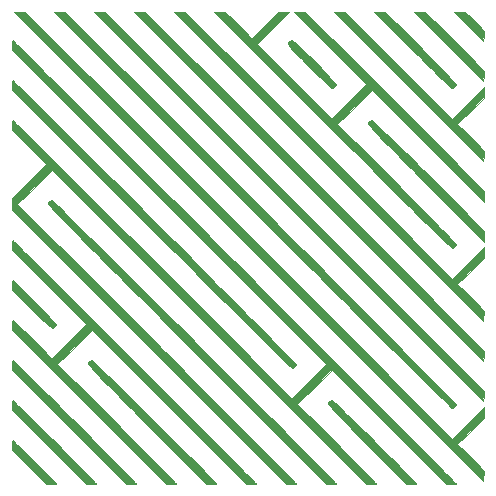
<source format=gbr>
G04 #@! TF.GenerationSoftware,KiCad,Pcbnew,(5.1.4)-1*
G04 #@! TF.CreationDate,2019-10-10T18:21:12+02:00*
G04 #@! TF.ProjectId,Bottom,426f7474-6f6d-42e6-9b69-6361645f7063,rev?*
G04 #@! TF.SameCoordinates,Original*
G04 #@! TF.FileFunction,Legend,Bot*
G04 #@! TF.FilePolarity,Positive*
%FSLAX46Y46*%
G04 Gerber Fmt 4.6, Leading zero omitted, Abs format (unit mm)*
G04 Created by KiCad (PCBNEW (5.1.4)-1) date 2019-10-10 18:21:12*
%MOMM*%
%LPD*%
G04 APERTURE LIST*
%ADD10C,0.010000*%
G04 APERTURE END LIST*
D10*
G36*
X156576918Y-117919176D02*
G01*
X156721497Y-117888256D01*
X156744000Y-117867095D01*
X156686420Y-117792244D01*
X156525671Y-117617075D01*
X156279743Y-117359569D01*
X155966624Y-117037708D01*
X155604303Y-116669472D01*
X155210767Y-116272844D01*
X154804007Y-115865804D01*
X154402009Y-115466334D01*
X154022764Y-115092416D01*
X153684259Y-114762031D01*
X153404482Y-114493160D01*
X153201424Y-114303784D01*
X153093071Y-114211886D01*
X153081445Y-114206000D01*
X153044874Y-114281965D01*
X153022244Y-114475258D01*
X153018667Y-114609074D01*
X153018667Y-115012148D01*
X154480049Y-116471741D01*
X155941431Y-117931333D01*
X156342716Y-117931333D01*
X156576918Y-117919176D01*
X156576918Y-117919176D01*
G37*
X156576918Y-117919176D02*
X156721497Y-117888256D01*
X156744000Y-117867095D01*
X156686420Y-117792244D01*
X156525671Y-117617075D01*
X156279743Y-117359569D01*
X155966624Y-117037708D01*
X155604303Y-116669472D01*
X155210767Y-116272844D01*
X154804007Y-115865804D01*
X154402009Y-115466334D01*
X154022764Y-115092416D01*
X153684259Y-114762031D01*
X153404482Y-114493160D01*
X153201424Y-114303784D01*
X153093071Y-114211886D01*
X153081445Y-114206000D01*
X153044874Y-114281965D01*
X153022244Y-114475258D01*
X153018667Y-114609074D01*
X153018667Y-115012148D01*
X154480049Y-116471741D01*
X155941431Y-117931333D01*
X156342716Y-117931333D01*
X156576918Y-117919176D01*
G36*
X187056597Y-117919257D02*
G01*
X187201371Y-117888539D01*
X187224000Y-117867451D01*
X187165453Y-117790144D01*
X186998445Y-117607617D01*
X186735920Y-117332691D01*
X186390826Y-116978187D01*
X185976107Y-116556927D01*
X185504710Y-116081732D01*
X184989581Y-115565424D01*
X184443665Y-115020823D01*
X183879910Y-114460752D01*
X183311260Y-113898032D01*
X182750662Y-113345483D01*
X182211062Y-112815928D01*
X181705405Y-112322188D01*
X181246638Y-111877084D01*
X180847707Y-111493438D01*
X180521557Y-111184071D01*
X180281135Y-110961804D01*
X180139387Y-110839459D01*
X180107388Y-110819333D01*
X179934132Y-110875582D01*
X179874933Y-110920933D01*
X179784064Y-111084731D01*
X179773333Y-111154169D01*
X179831668Y-111237034D01*
X179999451Y-111427835D01*
X180265852Y-111715312D01*
X180620040Y-112088211D01*
X181051184Y-112535272D01*
X181548454Y-113045240D01*
X182101019Y-113606857D01*
X182698048Y-114208866D01*
X183096897Y-114608569D01*
X186420460Y-117931333D01*
X186822230Y-117931333D01*
X187056597Y-117919257D01*
X187056597Y-117919257D01*
G37*
X187056597Y-117919257D02*
X187201371Y-117888539D01*
X187224000Y-117867451D01*
X187165453Y-117790144D01*
X186998445Y-117607617D01*
X186735920Y-117332691D01*
X186390826Y-116978187D01*
X185976107Y-116556927D01*
X185504710Y-116081732D01*
X184989581Y-115565424D01*
X184443665Y-115020823D01*
X183879910Y-114460752D01*
X183311260Y-113898032D01*
X182750662Y-113345483D01*
X182211062Y-112815928D01*
X181705405Y-112322188D01*
X181246638Y-111877084D01*
X180847707Y-111493438D01*
X180521557Y-111184071D01*
X180281135Y-110961804D01*
X180139387Y-110839459D01*
X180107388Y-110819333D01*
X179934132Y-110875582D01*
X179874933Y-110920933D01*
X179784064Y-111084731D01*
X179773333Y-111154169D01*
X179831668Y-111237034D01*
X179999451Y-111427835D01*
X180265852Y-111715312D01*
X180620040Y-112088211D01*
X181051184Y-112535272D01*
X181548454Y-113045240D01*
X182101019Y-113606857D01*
X182698048Y-114208866D01*
X183096897Y-114608569D01*
X186420460Y-117931333D01*
X186822230Y-117931333D01*
X187056597Y-117919257D01*
G36*
X159963277Y-117919257D02*
G01*
X160108043Y-117888538D01*
X160130667Y-117867451D01*
X160072580Y-117796719D01*
X159906891Y-117619832D01*
X159646457Y-117349645D01*
X159304134Y-116999014D01*
X158892779Y-116580794D01*
X158425249Y-116107839D01*
X157914400Y-115593007D01*
X157373089Y-115049151D01*
X156814173Y-114489127D01*
X156250508Y-113925791D01*
X155694951Y-113371997D01*
X155160359Y-112840602D01*
X154659589Y-112344459D01*
X154205496Y-111896426D01*
X153810939Y-111509356D01*
X153488773Y-111196105D01*
X153251855Y-110969529D01*
X153113042Y-110842483D01*
X153081788Y-110819333D01*
X153044999Y-110895293D01*
X153022248Y-111088548D01*
X153018667Y-111221924D01*
X153018667Y-111624514D01*
X156172918Y-114777924D01*
X159327169Y-117931333D01*
X159728918Y-117931333D01*
X159963277Y-117919257D01*
X159963277Y-117919257D01*
G37*
X159963277Y-117919257D02*
X160108043Y-117888538D01*
X160130667Y-117867451D01*
X160072580Y-117796719D01*
X159906891Y-117619832D01*
X159646457Y-117349645D01*
X159304134Y-116999014D01*
X158892779Y-116580794D01*
X158425249Y-116107839D01*
X157914400Y-115593007D01*
X157373089Y-115049151D01*
X156814173Y-114489127D01*
X156250508Y-113925791D01*
X155694951Y-113371997D01*
X155160359Y-112840602D01*
X154659589Y-112344459D01*
X154205496Y-111896426D01*
X153810939Y-111509356D01*
X153488773Y-111196105D01*
X153251855Y-110969529D01*
X153113042Y-110842483D01*
X153081788Y-110819333D01*
X153044999Y-110895293D01*
X153022248Y-111088548D01*
X153018667Y-111221924D01*
X153018667Y-111624514D01*
X156172918Y-114777924D01*
X159327169Y-117931333D01*
X159728918Y-117931333D01*
X159963277Y-117919257D01*
G36*
X170123176Y-117919285D02*
G01*
X170268003Y-117888635D01*
X170290667Y-117867575D01*
X170231999Y-117793269D01*
X170063055Y-117610880D01*
X169794420Y-117330923D01*
X169436677Y-116963916D01*
X169000414Y-116520375D01*
X168496216Y-116010817D01*
X167934667Y-115445758D01*
X167326354Y-114835715D01*
X166681862Y-114191204D01*
X166011775Y-113522743D01*
X165326680Y-112840848D01*
X164637162Y-112156036D01*
X163953806Y-111478822D01*
X163287198Y-110819724D01*
X162647923Y-110189258D01*
X162046567Y-109597942D01*
X161493714Y-109056291D01*
X160999951Y-108574822D01*
X160575862Y-108164052D01*
X160232034Y-107834497D01*
X159979051Y-107596674D01*
X159827499Y-107461100D01*
X159787510Y-107432667D01*
X159614135Y-107488922D01*
X159554933Y-107534267D01*
X159464068Y-107697977D01*
X159453333Y-107767367D01*
X159511914Y-107845983D01*
X159681791Y-108034955D01*
X159954171Y-108325258D01*
X160320259Y-108707867D01*
X160771259Y-109173757D01*
X161298376Y-109713905D01*
X161892816Y-110319286D01*
X162545783Y-110980874D01*
X163248483Y-111689647D01*
X163992121Y-112436577D01*
X164470098Y-112915100D01*
X169486862Y-117931333D01*
X169888764Y-117931333D01*
X170123176Y-117919285D01*
X170123176Y-117919285D01*
G37*
X170123176Y-117919285D02*
X170268003Y-117888635D01*
X170290667Y-117867575D01*
X170231999Y-117793269D01*
X170063055Y-117610880D01*
X169794420Y-117330923D01*
X169436677Y-116963916D01*
X169000414Y-116520375D01*
X168496216Y-116010817D01*
X167934667Y-115445758D01*
X167326354Y-114835715D01*
X166681862Y-114191204D01*
X166011775Y-113522743D01*
X165326680Y-112840848D01*
X164637162Y-112156036D01*
X163953806Y-111478822D01*
X163287198Y-110819724D01*
X162647923Y-110189258D01*
X162046567Y-109597942D01*
X161493714Y-109056291D01*
X160999951Y-108574822D01*
X160575862Y-108164052D01*
X160232034Y-107834497D01*
X159979051Y-107596674D01*
X159827499Y-107461100D01*
X159787510Y-107432667D01*
X159614135Y-107488922D01*
X159554933Y-107534267D01*
X159464068Y-107697977D01*
X159453333Y-107767367D01*
X159511914Y-107845983D01*
X159681791Y-108034955D01*
X159954171Y-108325258D01*
X160320259Y-108707867D01*
X160771259Y-109173757D01*
X161298376Y-109713905D01*
X161892816Y-110319286D01*
X162545783Y-110980874D01*
X163248483Y-111689647D01*
X163992121Y-112436577D01*
X164470098Y-112915100D01*
X169486862Y-117931333D01*
X169888764Y-117931333D01*
X170123176Y-117919285D01*
G36*
X163349849Y-117919284D02*
G01*
X163494672Y-117888634D01*
X163517333Y-117867575D01*
X163458979Y-117798749D01*
X163290939Y-117621206D01*
X163023750Y-117345483D01*
X162667946Y-116982114D01*
X162234065Y-116541635D01*
X161732640Y-116034580D01*
X161174208Y-115471485D01*
X160569304Y-114862885D01*
X159928464Y-114219314D01*
X159262223Y-113551308D01*
X158581118Y-112869402D01*
X157895682Y-112184130D01*
X157216453Y-111506029D01*
X156553966Y-110845632D01*
X155918756Y-110213476D01*
X155321359Y-109620094D01*
X154772310Y-109076023D01*
X154282145Y-108591797D01*
X153861400Y-108177951D01*
X153520609Y-107845021D01*
X153270310Y-107603540D01*
X153121037Y-107464046D01*
X153081910Y-107432667D01*
X153045044Y-107508625D01*
X153022250Y-107701868D01*
X153018667Y-107835110D01*
X153018667Y-108237552D01*
X157866107Y-113084443D01*
X162713547Y-117931333D01*
X163115440Y-117931333D01*
X163349849Y-117919284D01*
X163349849Y-117919284D01*
G37*
X163349849Y-117919284D02*
X163494672Y-117888634D01*
X163517333Y-117867575D01*
X163458979Y-117798749D01*
X163290939Y-117621206D01*
X163023750Y-117345483D01*
X162667946Y-116982114D01*
X162234065Y-116541635D01*
X161732640Y-116034580D01*
X161174208Y-115471485D01*
X160569304Y-114862885D01*
X159928464Y-114219314D01*
X159262223Y-113551308D01*
X158581118Y-112869402D01*
X157895682Y-112184130D01*
X157216453Y-111506029D01*
X156553966Y-110845632D01*
X155918756Y-110213476D01*
X155321359Y-109620094D01*
X154772310Y-109076023D01*
X154282145Y-108591797D01*
X153861400Y-108177951D01*
X153520609Y-107845021D01*
X153270310Y-107603540D01*
X153121037Y-107464046D01*
X153081910Y-107432667D01*
X153045044Y-107508625D01*
X153022250Y-107701868D01*
X153018667Y-107835110D01*
X153018667Y-108237552D01*
X157866107Y-113084443D01*
X162713547Y-117931333D01*
X163115440Y-117931333D01*
X163349849Y-117919284D01*
G36*
X156605270Y-104650135D02*
G01*
X156729417Y-104476378D01*
X156744000Y-104388162D01*
X156686608Y-104302927D01*
X156526360Y-104117350D01*
X156281150Y-103849646D01*
X155968870Y-103518032D01*
X155607413Y-103140726D01*
X155214672Y-102735944D01*
X154808540Y-102321902D01*
X154406910Y-101916817D01*
X154027675Y-101538906D01*
X153688728Y-101206385D01*
X153407961Y-100937471D01*
X153203268Y-100750382D01*
X153092541Y-100663332D01*
X153081445Y-100659333D01*
X153044870Y-100735298D01*
X153022241Y-100928583D01*
X153018667Y-101062314D01*
X153018667Y-101465295D01*
X154649294Y-103094314D01*
X155083687Y-103523657D01*
X155484067Y-103910606D01*
X155833613Y-104239601D01*
X156115502Y-104495082D01*
X156312913Y-104661488D01*
X156409024Y-104723258D01*
X156410361Y-104723333D01*
X156605270Y-104650135D01*
X156605270Y-104650135D01*
G37*
X156605270Y-104650135D02*
X156729417Y-104476378D01*
X156744000Y-104388162D01*
X156686608Y-104302927D01*
X156526360Y-104117350D01*
X156281150Y-103849646D01*
X155968870Y-103518032D01*
X155607413Y-103140726D01*
X155214672Y-102735944D01*
X154808540Y-102321902D01*
X154406910Y-101916817D01*
X154027675Y-101538906D01*
X153688728Y-101206385D01*
X153407961Y-100937471D01*
X153203268Y-100750382D01*
X153092541Y-100663332D01*
X153081445Y-100659333D01*
X153044870Y-100735298D01*
X153022241Y-100928583D01*
X153018667Y-101062314D01*
X153018667Y-101465295D01*
X154649294Y-103094314D01*
X155083687Y-103523657D01*
X155484067Y-103910606D01*
X155833613Y-104239601D01*
X156115502Y-104495082D01*
X156312913Y-104661488D01*
X156409024Y-104723258D01*
X156410361Y-104723333D01*
X156605270Y-104650135D01*
G36*
X166736470Y-117919385D02*
G01*
X166881321Y-117888990D01*
X166904000Y-117868098D01*
X166845513Y-117799974D01*
X166675902Y-117621161D01*
X166403941Y-117340545D01*
X166038405Y-116967010D01*
X165588067Y-116509443D01*
X165061701Y-115976730D01*
X164468082Y-115377755D01*
X163815984Y-114721405D01*
X163114180Y-114016566D01*
X162371446Y-113272122D01*
X161887787Y-112788118D01*
X156871573Y-107771373D01*
X158331838Y-106311109D01*
X159792102Y-104850845D01*
X166332754Y-111391089D01*
X172873407Y-117931333D01*
X173275370Y-117931333D01*
X173509802Y-117919310D01*
X173654654Y-117888726D01*
X173677333Y-117867703D01*
X173618589Y-117801425D01*
X173447342Y-117623132D01*
X173171070Y-117340299D01*
X172797248Y-116960405D01*
X172333354Y-116490925D01*
X171786866Y-115939338D01*
X171165260Y-115313119D01*
X170476014Y-114619746D01*
X169726604Y-113866697D01*
X168924507Y-113061447D01*
X168077201Y-112211474D01*
X167192163Y-111324254D01*
X166276869Y-110407266D01*
X165338798Y-109467985D01*
X164385425Y-108513889D01*
X163424228Y-107552455D01*
X162462684Y-106591160D01*
X161508271Y-105637480D01*
X160568464Y-104698893D01*
X159650742Y-103782875D01*
X158762581Y-102896904D01*
X157911459Y-102048457D01*
X157104851Y-101245010D01*
X156350237Y-100494040D01*
X155655092Y-99803025D01*
X155026894Y-99179442D01*
X154473119Y-98630767D01*
X154001245Y-98164478D01*
X153618749Y-97788051D01*
X153333108Y-97508963D01*
X153151799Y-97334691D01*
X153082299Y-97272713D01*
X153082036Y-97272667D01*
X153045069Y-97348617D01*
X153022235Y-97541807D01*
X153018667Y-97674416D01*
X153018667Y-98076165D01*
X159325603Y-104384783D01*
X157865722Y-105844665D01*
X156405841Y-107304546D01*
X154774960Y-105675273D01*
X154343894Y-105246844D01*
X153950999Y-104860575D01*
X153612338Y-104531920D01*
X153343972Y-104276329D01*
X153161963Y-104109255D01*
X153082372Y-104046149D01*
X153081372Y-104046000D01*
X153044817Y-104121958D01*
X153022217Y-104315198D01*
X153018667Y-104448372D01*
X153018667Y-104850743D01*
X159559370Y-111391038D01*
X166100074Y-117931333D01*
X166502037Y-117931333D01*
X166736470Y-117919385D01*
X166736470Y-117919385D01*
G37*
X166736470Y-117919385D02*
X166881321Y-117888990D01*
X166904000Y-117868098D01*
X166845513Y-117799974D01*
X166675902Y-117621161D01*
X166403941Y-117340545D01*
X166038405Y-116967010D01*
X165588067Y-116509443D01*
X165061701Y-115976730D01*
X164468082Y-115377755D01*
X163815984Y-114721405D01*
X163114180Y-114016566D01*
X162371446Y-113272122D01*
X161887787Y-112788118D01*
X156871573Y-107771373D01*
X158331838Y-106311109D01*
X159792102Y-104850845D01*
X166332754Y-111391089D01*
X172873407Y-117931333D01*
X173275370Y-117931333D01*
X173509802Y-117919310D01*
X173654654Y-117888726D01*
X173677333Y-117867703D01*
X173618589Y-117801425D01*
X173447342Y-117623132D01*
X173171070Y-117340299D01*
X172797248Y-116960405D01*
X172333354Y-116490925D01*
X171786866Y-115939338D01*
X171165260Y-115313119D01*
X170476014Y-114619746D01*
X169726604Y-113866697D01*
X168924507Y-113061447D01*
X168077201Y-112211474D01*
X167192163Y-111324254D01*
X166276869Y-110407266D01*
X165338798Y-109467985D01*
X164385425Y-108513889D01*
X163424228Y-107552455D01*
X162462684Y-106591160D01*
X161508271Y-105637480D01*
X160568464Y-104698893D01*
X159650742Y-103782875D01*
X158762581Y-102896904D01*
X157911459Y-102048457D01*
X157104851Y-101245010D01*
X156350237Y-100494040D01*
X155655092Y-99803025D01*
X155026894Y-99179442D01*
X154473119Y-98630767D01*
X154001245Y-98164478D01*
X153618749Y-97788051D01*
X153333108Y-97508963D01*
X153151799Y-97334691D01*
X153082299Y-97272713D01*
X153082036Y-97272667D01*
X153045069Y-97348617D01*
X153022235Y-97541807D01*
X153018667Y-97674416D01*
X153018667Y-98076165D01*
X159325603Y-104384783D01*
X157865722Y-105844665D01*
X156405841Y-107304546D01*
X154774960Y-105675273D01*
X154343894Y-105246844D01*
X153950999Y-104860575D01*
X153612338Y-104531920D01*
X153343972Y-104276329D01*
X153161963Y-104109255D01*
X153082372Y-104046149D01*
X153081372Y-104046000D01*
X153044817Y-104121958D01*
X153022217Y-104315198D01*
X153018667Y-104448372D01*
X153018667Y-104850743D01*
X159559370Y-111391038D01*
X166100074Y-117931333D01*
X166502037Y-117931333D01*
X166736470Y-117919385D01*
G36*
X180283076Y-117919316D02*
G01*
X180427963Y-117888747D01*
X180450667Y-117867721D01*
X180391711Y-117798217D01*
X180219470Y-117616387D01*
X179940886Y-117329152D01*
X179562898Y-116943433D01*
X179092447Y-116466151D01*
X178536473Y-115904227D01*
X177901917Y-115264581D01*
X177195719Y-114554134D01*
X176424819Y-113779807D01*
X175596159Y-112948522D01*
X174716678Y-112067198D01*
X173793316Y-111142756D01*
X172833015Y-110182119D01*
X171842715Y-109192205D01*
X170829357Y-108179936D01*
X169799879Y-107152234D01*
X168761224Y-106116018D01*
X167720332Y-105078209D01*
X166684142Y-104045729D01*
X165659596Y-103025498D01*
X164653634Y-102024438D01*
X163673196Y-101049468D01*
X162725222Y-100107510D01*
X161816654Y-99205484D01*
X160954432Y-98350312D01*
X160145496Y-97548914D01*
X159396786Y-96808211D01*
X158715243Y-96135124D01*
X158107808Y-95536574D01*
X157581420Y-95019481D01*
X157143021Y-94590767D01*
X156799550Y-94257351D01*
X156557948Y-94026156D01*
X156425157Y-93904102D01*
X156400988Y-93886000D01*
X156227471Y-93942262D01*
X156168267Y-93987600D01*
X156077405Y-94151211D01*
X156066667Y-94220547D01*
X156125656Y-94292677D01*
X156298809Y-94478607D01*
X156580404Y-94772552D01*
X156964718Y-95168727D01*
X157446029Y-95661345D01*
X158018615Y-96244621D01*
X158676753Y-96912768D01*
X159414721Y-97660000D01*
X160226797Y-98480532D01*
X161107258Y-99368577D01*
X162050383Y-100318350D01*
X163050448Y-101324064D01*
X164101731Y-102379934D01*
X165198511Y-103480174D01*
X166335064Y-104618998D01*
X167505669Y-105790619D01*
X167856613Y-106141614D01*
X179646560Y-117931333D01*
X180048613Y-117931333D01*
X180283076Y-117919316D01*
X180283076Y-117919316D01*
G37*
X180283076Y-117919316D02*
X180427963Y-117888747D01*
X180450667Y-117867721D01*
X180391711Y-117798217D01*
X180219470Y-117616387D01*
X179940886Y-117329152D01*
X179562898Y-116943433D01*
X179092447Y-116466151D01*
X178536473Y-115904227D01*
X177901917Y-115264581D01*
X177195719Y-114554134D01*
X176424819Y-113779807D01*
X175596159Y-112948522D01*
X174716678Y-112067198D01*
X173793316Y-111142756D01*
X172833015Y-110182119D01*
X171842715Y-109192205D01*
X170829357Y-108179936D01*
X169799879Y-107152234D01*
X168761224Y-106116018D01*
X167720332Y-105078209D01*
X166684142Y-104045729D01*
X165659596Y-103025498D01*
X164653634Y-102024438D01*
X163673196Y-101049468D01*
X162725222Y-100107510D01*
X161816654Y-99205484D01*
X160954432Y-98350312D01*
X160145496Y-97548914D01*
X159396786Y-96808211D01*
X158715243Y-96135124D01*
X158107808Y-95536574D01*
X157581420Y-95019481D01*
X157143021Y-94590767D01*
X156799550Y-94257351D01*
X156557948Y-94026156D01*
X156425157Y-93904102D01*
X156400988Y-93886000D01*
X156227471Y-93942262D01*
X156168267Y-93987600D01*
X156077405Y-94151211D01*
X156066667Y-94220547D01*
X156125656Y-94292677D01*
X156298809Y-94478607D01*
X156580404Y-94772552D01*
X156964718Y-95168727D01*
X157446029Y-95661345D01*
X158018615Y-96244621D01*
X158676753Y-96912768D01*
X159414721Y-97660000D01*
X160226797Y-98480532D01*
X161107258Y-99368577D01*
X162050383Y-100318350D01*
X163050448Y-101324064D01*
X164101731Y-102379934D01*
X165198511Y-103480174D01*
X166335064Y-104618998D01*
X167505669Y-105790619D01*
X167856613Y-106141614D01*
X179646560Y-117931333D01*
X180048613Y-117931333D01*
X180283076Y-117919316D01*
G36*
X192981333Y-96468900D02*
G01*
X188303786Y-91790784D01*
X187564359Y-91052912D01*
X186857610Y-90350845D01*
X186192906Y-89693692D01*
X185579611Y-89090564D01*
X185027093Y-88550572D01*
X184544716Y-88082827D01*
X184141847Y-87696440D01*
X183827851Y-87400521D01*
X183612094Y-87204181D01*
X183503942Y-87116530D01*
X183494719Y-87112667D01*
X183320812Y-87168950D01*
X183261600Y-87214267D01*
X183170734Y-87377982D01*
X183160000Y-87447374D01*
X183218568Y-87526190D01*
X183388347Y-87715251D01*
X183660444Y-88005430D01*
X184025971Y-88387598D01*
X184476037Y-88852628D01*
X185001751Y-89391393D01*
X185594224Y-89994766D01*
X186244564Y-90653619D01*
X186943881Y-91358824D01*
X187683286Y-92101255D01*
X188070667Y-92489000D01*
X192981333Y-97399119D01*
X192981333Y-96468900D01*
X192981333Y-96468900D01*
G37*
X192981333Y-96468900D02*
X188303786Y-91790784D01*
X187564359Y-91052912D01*
X186857610Y-90350845D01*
X186192906Y-89693692D01*
X185579611Y-89090564D01*
X185027093Y-88550572D01*
X184544716Y-88082827D01*
X184141847Y-87696440D01*
X183827851Y-87400521D01*
X183612094Y-87204181D01*
X183503942Y-87116530D01*
X183494719Y-87112667D01*
X183320812Y-87168950D01*
X183261600Y-87214267D01*
X183170734Y-87377982D01*
X183160000Y-87447374D01*
X183218568Y-87526190D01*
X183388347Y-87715251D01*
X183660444Y-88005430D01*
X184025971Y-88387598D01*
X184476037Y-88852628D01*
X185001751Y-89391393D01*
X185594224Y-89994766D01*
X186244564Y-90653619D01*
X186943881Y-91358824D01*
X187683286Y-92101255D01*
X188070667Y-92489000D01*
X192981333Y-97399119D01*
X192981333Y-96468900D01*
G36*
X176925167Y-108036810D02*
G01*
X177049521Y-107863113D01*
X177064000Y-107775455D01*
X177005210Y-107705754D01*
X176833455Y-107523411D01*
X176555655Y-107235364D01*
X176178732Y-106848556D01*
X175709606Y-106369926D01*
X175155197Y-105806414D01*
X174522428Y-105164962D01*
X173818219Y-104452508D01*
X173049491Y-103675995D01*
X172223164Y-102842361D01*
X171346160Y-101958548D01*
X170425399Y-101031495D01*
X169467803Y-100068144D01*
X168480292Y-99075435D01*
X167469787Y-98060307D01*
X166443209Y-97029702D01*
X165407479Y-95990559D01*
X164369518Y-94949819D01*
X163336247Y-93914423D01*
X162314586Y-92891311D01*
X161311457Y-91887423D01*
X160333780Y-90909699D01*
X159388477Y-89965081D01*
X158482468Y-89060508D01*
X157622674Y-88202920D01*
X156816016Y-87399259D01*
X156069414Y-86656464D01*
X155389791Y-85981476D01*
X154784067Y-85381235D01*
X154259161Y-84862682D01*
X153821997Y-84432757D01*
X153479494Y-84098400D01*
X153238573Y-83866552D01*
X153106155Y-83744153D01*
X153082055Y-83726000D01*
X153045098Y-83801956D01*
X153022253Y-83995187D01*
X153018667Y-84128281D01*
X153018667Y-84530561D01*
X164808613Y-96320281D01*
X165988824Y-97499813D01*
X167137941Y-98646982D01*
X168250178Y-99756065D01*
X169319749Y-100821342D01*
X170340868Y-101837089D01*
X171307749Y-102797584D01*
X172214607Y-103697105D01*
X173055656Y-104529930D01*
X173825108Y-105290337D01*
X174517180Y-105972603D01*
X175126084Y-106571007D01*
X175646034Y-107079826D01*
X176071246Y-107493338D01*
X176395932Y-107805820D01*
X176614307Y-108011551D01*
X176720586Y-108104809D01*
X176729680Y-108110000D01*
X176925167Y-108036810D01*
X176925167Y-108036810D01*
G37*
X176925167Y-108036810D02*
X177049521Y-107863113D01*
X177064000Y-107775455D01*
X177005210Y-107705754D01*
X176833455Y-107523411D01*
X176555655Y-107235364D01*
X176178732Y-106848556D01*
X175709606Y-106369926D01*
X175155197Y-105806414D01*
X174522428Y-105164962D01*
X173818219Y-104452508D01*
X173049491Y-103675995D01*
X172223164Y-102842361D01*
X171346160Y-101958548D01*
X170425399Y-101031495D01*
X169467803Y-100068144D01*
X168480292Y-99075435D01*
X167469787Y-98060307D01*
X166443209Y-97029702D01*
X165407479Y-95990559D01*
X164369518Y-94949819D01*
X163336247Y-93914423D01*
X162314586Y-92891311D01*
X161311457Y-91887423D01*
X160333780Y-90909699D01*
X159388477Y-89965081D01*
X158482468Y-89060508D01*
X157622674Y-88202920D01*
X156816016Y-87399259D01*
X156069414Y-86656464D01*
X155389791Y-85981476D01*
X154784067Y-85381235D01*
X154259161Y-84862682D01*
X153821997Y-84432757D01*
X153479494Y-84098400D01*
X153238573Y-83866552D01*
X153106155Y-83744153D01*
X153082055Y-83726000D01*
X153045098Y-83801956D01*
X153022253Y-83995187D01*
X153018667Y-84128281D01*
X153018667Y-84530561D01*
X164808613Y-96320281D01*
X165988824Y-97499813D01*
X167137941Y-98646982D01*
X168250178Y-99756065D01*
X169319749Y-100821342D01*
X170340868Y-101837089D01*
X171307749Y-102797584D01*
X172214607Y-103697105D01*
X173055656Y-104529930D01*
X173825108Y-105290337D01*
X174517180Y-105972603D01*
X175126084Y-106571007D01*
X175646034Y-107079826D01*
X176071246Y-107493338D01*
X176395932Y-107805820D01*
X176614307Y-108011551D01*
X176720586Y-108104809D01*
X176729680Y-108110000D01*
X176925167Y-108036810D01*
G36*
X180311932Y-84330132D02*
G01*
X180436094Y-84156356D01*
X180450667Y-84068162D01*
X180392353Y-83973856D01*
X180229511Y-83780971D01*
X179980290Y-83507647D01*
X179662839Y-83172028D01*
X179295308Y-82792256D01*
X178895845Y-82386472D01*
X178482600Y-81972818D01*
X178073723Y-81569438D01*
X177687361Y-81194472D01*
X177341665Y-80866063D01*
X177054784Y-80602353D01*
X176844867Y-80421484D01*
X176730063Y-80341599D01*
X176720378Y-80339333D01*
X176547458Y-80395564D01*
X176488267Y-80440933D01*
X176397389Y-80604949D01*
X176386667Y-80674505D01*
X176444980Y-80768811D01*
X176607822Y-80961696D01*
X176857043Y-81235020D01*
X177174494Y-81570639D01*
X177542025Y-81950411D01*
X177941488Y-82356195D01*
X178354733Y-82769849D01*
X178763610Y-83173229D01*
X179149972Y-83548195D01*
X179495668Y-83876604D01*
X179782549Y-84140314D01*
X179992466Y-84321183D01*
X180107270Y-84401068D01*
X180116955Y-84403333D01*
X180311932Y-84330132D01*
X180311932Y-84330132D01*
G37*
X180311932Y-84330132D02*
X180436094Y-84156356D01*
X180450667Y-84068162D01*
X180392353Y-83973856D01*
X180229511Y-83780971D01*
X179980290Y-83507647D01*
X179662839Y-83172028D01*
X179295308Y-82792256D01*
X178895845Y-82386472D01*
X178482600Y-81972818D01*
X178073723Y-81569438D01*
X177687361Y-81194472D01*
X177341665Y-80866063D01*
X177054784Y-80602353D01*
X176844867Y-80421484D01*
X176730063Y-80341599D01*
X176720378Y-80339333D01*
X176547458Y-80395564D01*
X176488267Y-80440933D01*
X176397389Y-80604949D01*
X176386667Y-80674505D01*
X176444980Y-80768811D01*
X176607822Y-80961696D01*
X176857043Y-81235020D01*
X177174494Y-81570639D01*
X177542025Y-81950411D01*
X177941488Y-82356195D01*
X178354733Y-82769849D01*
X178763610Y-83173229D01*
X179149972Y-83548195D01*
X179495668Y-83876604D01*
X179782549Y-84140314D01*
X179992466Y-84321183D01*
X180107270Y-84401068D01*
X180116955Y-84403333D01*
X180311932Y-84330132D01*
G36*
X176896411Y-117919359D02*
G01*
X177041298Y-117888897D01*
X177064000Y-117867947D01*
X177005049Y-117802655D01*
X176832008Y-117623445D01*
X176550593Y-117336063D01*
X176166521Y-116946258D01*
X175685509Y-116459777D01*
X175113274Y-115882368D01*
X174455531Y-115219777D01*
X173717999Y-114477754D01*
X172906393Y-113662044D01*
X172026431Y-112778397D01*
X171083829Y-111832559D01*
X170084304Y-110830278D01*
X169033573Y-109777302D01*
X167937351Y-108679378D01*
X166801357Y-107542253D01*
X165631307Y-106371676D01*
X165274377Y-106014710D01*
X153484754Y-94224860D01*
X154945146Y-92764467D01*
X156405539Y-91304074D01*
X169719370Y-104617704D01*
X183033201Y-117931333D01*
X183435267Y-117931333D01*
X183669735Y-117919413D01*
X183814628Y-117889088D01*
X183837333Y-117868230D01*
X183779144Y-117798274D01*
X183611771Y-117619818D01*
X183346004Y-117343862D01*
X182992634Y-116981403D01*
X182562453Y-116543440D01*
X182066252Y-116040971D01*
X181514820Y-115484995D01*
X180918950Y-114886511D01*
X180514521Y-114481516D01*
X177191709Y-111157905D01*
X180112031Y-108237583D01*
X189806881Y-117931333D01*
X190208774Y-117931333D01*
X190443182Y-117919319D01*
X190588006Y-117888759D01*
X190610667Y-117867762D01*
X190551654Y-117803128D01*
X190378302Y-117624422D01*
X190096144Y-117337176D01*
X189710710Y-116946920D01*
X189227532Y-116459186D01*
X188652141Y-115879506D01*
X187990070Y-115213410D01*
X187246848Y-114466431D01*
X186428008Y-113644100D01*
X185539081Y-112751947D01*
X184585598Y-111795506D01*
X183573092Y-110780306D01*
X182507092Y-109711879D01*
X181393132Y-108595758D01*
X180236741Y-107437472D01*
X179043453Y-106242554D01*
X177818797Y-105016535D01*
X176568306Y-103764946D01*
X175297510Y-102493319D01*
X174011942Y-101207186D01*
X172717133Y-99912077D01*
X171418614Y-98613523D01*
X170121917Y-97317058D01*
X168832572Y-96028211D01*
X167556112Y-94752514D01*
X166298068Y-93495499D01*
X165063971Y-92262697D01*
X163859353Y-91059640D01*
X162689746Y-89891858D01*
X161560679Y-88764883D01*
X160477686Y-87684248D01*
X159446297Y-86655482D01*
X158472045Y-85684118D01*
X157560459Y-84775686D01*
X156717072Y-83935719D01*
X155947416Y-83169748D01*
X155257021Y-82483304D01*
X154651419Y-81881918D01*
X154136141Y-81371122D01*
X153716719Y-80956448D01*
X153398685Y-80643426D01*
X153187569Y-80437588D01*
X153088904Y-80344466D01*
X153082095Y-80339333D01*
X153045106Y-80415287D01*
X153022249Y-80608501D01*
X153018667Y-80741400D01*
X153018667Y-81143466D01*
X166332296Y-94457297D01*
X179645926Y-107771128D01*
X178185533Y-109231520D01*
X176725140Y-110691913D01*
X164935290Y-98902290D01*
X163755795Y-97723134D01*
X162608027Y-96576319D01*
X161497735Y-95467562D01*
X160430666Y-94402578D01*
X159412568Y-93387085D01*
X158449187Y-92426800D01*
X157546272Y-91527438D01*
X156709570Y-90694718D01*
X155944829Y-89934355D01*
X155257797Y-89252067D01*
X154654220Y-88653570D01*
X154139847Y-88144580D01*
X153720425Y-87730816D01*
X153401702Y-87417992D01*
X153189425Y-87211827D01*
X153089342Y-87118036D01*
X153082053Y-87112667D01*
X153045058Y-87188612D01*
X153022221Y-87381767D01*
X153018667Y-87513951D01*
X153018667Y-87915235D01*
X154478259Y-89376618D01*
X155937852Y-90838000D01*
X154478259Y-92299383D01*
X153018667Y-93760765D01*
X153018667Y-94690564D01*
X164639282Y-106310949D01*
X176259897Y-117931333D01*
X176661948Y-117931333D01*
X176896411Y-117919359D01*
X176896411Y-117919359D01*
G37*
X176896411Y-117919359D02*
X177041298Y-117888897D01*
X177064000Y-117867947D01*
X177005049Y-117802655D01*
X176832008Y-117623445D01*
X176550593Y-117336063D01*
X176166521Y-116946258D01*
X175685509Y-116459777D01*
X175113274Y-115882368D01*
X174455531Y-115219777D01*
X173717999Y-114477754D01*
X172906393Y-113662044D01*
X172026431Y-112778397D01*
X171083829Y-111832559D01*
X170084304Y-110830278D01*
X169033573Y-109777302D01*
X167937351Y-108679378D01*
X166801357Y-107542253D01*
X165631307Y-106371676D01*
X165274377Y-106014710D01*
X153484754Y-94224860D01*
X154945146Y-92764467D01*
X156405539Y-91304074D01*
X169719370Y-104617704D01*
X183033201Y-117931333D01*
X183435267Y-117931333D01*
X183669735Y-117919413D01*
X183814628Y-117889088D01*
X183837333Y-117868230D01*
X183779144Y-117798274D01*
X183611771Y-117619818D01*
X183346004Y-117343862D01*
X182992634Y-116981403D01*
X182562453Y-116543440D01*
X182066252Y-116040971D01*
X181514820Y-115484995D01*
X180918950Y-114886511D01*
X180514521Y-114481516D01*
X177191709Y-111157905D01*
X180112031Y-108237583D01*
X189806881Y-117931333D01*
X190208774Y-117931333D01*
X190443182Y-117919319D01*
X190588006Y-117888759D01*
X190610667Y-117867762D01*
X190551654Y-117803128D01*
X190378302Y-117624422D01*
X190096144Y-117337176D01*
X189710710Y-116946920D01*
X189227532Y-116459186D01*
X188652141Y-115879506D01*
X187990070Y-115213410D01*
X187246848Y-114466431D01*
X186428008Y-113644100D01*
X185539081Y-112751947D01*
X184585598Y-111795506D01*
X183573092Y-110780306D01*
X182507092Y-109711879D01*
X181393132Y-108595758D01*
X180236741Y-107437472D01*
X179043453Y-106242554D01*
X177818797Y-105016535D01*
X176568306Y-103764946D01*
X175297510Y-102493319D01*
X174011942Y-101207186D01*
X172717133Y-99912077D01*
X171418614Y-98613523D01*
X170121917Y-97317058D01*
X168832572Y-96028211D01*
X167556112Y-94752514D01*
X166298068Y-93495499D01*
X165063971Y-92262697D01*
X163859353Y-91059640D01*
X162689746Y-89891858D01*
X161560679Y-88764883D01*
X160477686Y-87684248D01*
X159446297Y-86655482D01*
X158472045Y-85684118D01*
X157560459Y-84775686D01*
X156717072Y-83935719D01*
X155947416Y-83169748D01*
X155257021Y-82483304D01*
X154651419Y-81881918D01*
X154136141Y-81371122D01*
X153716719Y-80956448D01*
X153398685Y-80643426D01*
X153187569Y-80437588D01*
X153088904Y-80344466D01*
X153082095Y-80339333D01*
X153045106Y-80415287D01*
X153022249Y-80608501D01*
X153018667Y-80741400D01*
X153018667Y-81143466D01*
X166332296Y-94457297D01*
X179645926Y-107771128D01*
X178185533Y-109231520D01*
X176725140Y-110691913D01*
X164935290Y-98902290D01*
X163755795Y-97723134D01*
X162608027Y-96576319D01*
X161497735Y-95467562D01*
X160430666Y-94402578D01*
X159412568Y-93387085D01*
X158449187Y-92426800D01*
X157546272Y-91527438D01*
X156709570Y-90694718D01*
X155944829Y-89934355D01*
X155257797Y-89252067D01*
X154654220Y-88653570D01*
X154139847Y-88144580D01*
X153720425Y-87730816D01*
X153401702Y-87417992D01*
X153189425Y-87211827D01*
X153089342Y-87118036D01*
X153082053Y-87112667D01*
X153045058Y-87188612D01*
X153022221Y-87381767D01*
X153018667Y-87513951D01*
X153018667Y-87915235D01*
X154478259Y-89376618D01*
X155937852Y-90838000D01*
X154478259Y-92299383D01*
X153018667Y-93760765D01*
X153018667Y-94690564D01*
X164639282Y-106310949D01*
X176259897Y-117931333D01*
X176661948Y-117931333D01*
X176896411Y-117919359D01*
G36*
X192965098Y-79987893D02*
G01*
X192991197Y-79548087D01*
X192204770Y-78758377D01*
X191418344Y-77968667D01*
X190485857Y-77968667D01*
X191712428Y-79198183D01*
X192939000Y-80427700D01*
X192965098Y-79987893D01*
X192965098Y-79987893D01*
G37*
X192965098Y-79987893D02*
X192991197Y-79548087D01*
X192204770Y-78758377D01*
X191418344Y-77968667D01*
X190485857Y-77968667D01*
X191712428Y-79198183D01*
X192939000Y-80427700D01*
X192965098Y-79987893D01*
G36*
X192965134Y-83372880D02*
G01*
X192991269Y-82932666D01*
X190510339Y-80450666D01*
X188029410Y-77968667D01*
X187097920Y-77968667D01*
X190018460Y-80890880D01*
X192939000Y-83813094D01*
X192965134Y-83372880D01*
X192965134Y-83372880D01*
G37*
X192965134Y-83372880D02*
X192991269Y-82932666D01*
X190510339Y-80450666D01*
X188029410Y-77968667D01*
X187097920Y-77968667D01*
X190018460Y-80890880D01*
X192939000Y-83813094D01*
X192965134Y-83372880D01*
G36*
X190471832Y-84330107D02*
G01*
X190596250Y-84156133D01*
X190610667Y-84068453D01*
X190552401Y-83984329D01*
X190385231Y-83793016D01*
X190120592Y-83506454D01*
X189769924Y-83136581D01*
X189344664Y-82695335D01*
X188856248Y-82194656D01*
X188316116Y-81646483D01*
X187735704Y-81062754D01*
X187625725Y-80952720D01*
X184640784Y-77968667D01*
X183711169Y-77968667D01*
X186927667Y-81186000D01*
X187539404Y-81795510D01*
X188117880Y-82367276D01*
X188651635Y-82890288D01*
X189129212Y-83353535D01*
X189539153Y-83746006D01*
X189869998Y-84056692D01*
X190110290Y-84274580D01*
X190248569Y-84388661D01*
X190275815Y-84403333D01*
X190471832Y-84330107D01*
X190471832Y-84330107D01*
G37*
X190471832Y-84330107D02*
X190596250Y-84156133D01*
X190610667Y-84068453D01*
X190552401Y-83984329D01*
X190385231Y-83793016D01*
X190120592Y-83506454D01*
X189769924Y-83136581D01*
X189344664Y-82695335D01*
X188856248Y-82194656D01*
X188316116Y-81646483D01*
X187735704Y-81062754D01*
X187625725Y-80952720D01*
X184640784Y-77968667D01*
X183711169Y-77968667D01*
X186927667Y-81186000D01*
X187539404Y-81795510D01*
X188117880Y-82367276D01*
X188651635Y-82890288D01*
X189129212Y-83353535D01*
X189539153Y-83746006D01*
X189869998Y-84056692D01*
X190110290Y-84274580D01*
X190248569Y-84388661D01*
X190275815Y-84403333D01*
X190471832Y-84330107D01*
G36*
X192965114Y-90146560D02*
G01*
X192991228Y-89707186D01*
X191865624Y-88579260D01*
X190740019Y-87451333D01*
X192981333Y-85205397D01*
X192981333Y-84278318D01*
X191626318Y-85631348D01*
X190271304Y-86984377D01*
X181254412Y-77968667D01*
X180324093Y-77968667D01*
X186631546Y-84277300D01*
X192939000Y-90585933D01*
X192965114Y-90146560D01*
X192965114Y-90146560D01*
G37*
X192965114Y-90146560D02*
X192991228Y-89707186D01*
X191865624Y-88579260D01*
X190740019Y-87451333D01*
X192981333Y-85205397D01*
X192981333Y-84278318D01*
X191626318Y-85631348D01*
X190271304Y-86984377D01*
X181254412Y-77968667D01*
X180324093Y-77968667D01*
X186631546Y-84277300D01*
X192939000Y-90585933D01*
X192965114Y-90146560D01*
G36*
X190471680Y-97876902D02*
G01*
X190596150Y-97703445D01*
X190610667Y-97615831D01*
X190552093Y-97537291D01*
X190382235Y-97348380D01*
X190109887Y-97058124D01*
X189743842Y-96675547D01*
X189292895Y-96209674D01*
X188765839Y-95669529D01*
X188171468Y-95064136D01*
X187518576Y-94402520D01*
X186815958Y-93693705D01*
X186072406Y-92946716D01*
X185594453Y-92468118D01*
X180578240Y-87451373D01*
X182038465Y-85991149D01*
X183498690Y-84530924D01*
X188240011Y-89271678D01*
X192981333Y-94012433D01*
X192981333Y-93081312D01*
X185424657Y-85524989D01*
X177867980Y-77968667D01*
X176937882Y-77968667D01*
X183032252Y-84064801D01*
X181572044Y-85525010D01*
X180111835Y-86985218D01*
X173805468Y-80678851D01*
X176511682Y-77968667D01*
X175584603Y-77968667D01*
X173338667Y-80209981D01*
X172215698Y-79089324D01*
X171092730Y-77968667D01*
X170163936Y-77968667D01*
X180154333Y-87959333D01*
X181239808Y-89044063D01*
X182293914Y-90095927D01*
X183310349Y-91108707D01*
X184282815Y-92076184D01*
X185205010Y-92992140D01*
X186070636Y-93850357D01*
X186873391Y-94644616D01*
X187606977Y-95368699D01*
X188265093Y-96016387D01*
X188841439Y-96581462D01*
X189329715Y-97057706D01*
X189723622Y-97438900D01*
X190016858Y-97718826D01*
X190203125Y-97891265D01*
X190276099Y-97950000D01*
X190471680Y-97876902D01*
X190471680Y-97876902D01*
G37*
X190471680Y-97876902D02*
X190596150Y-97703445D01*
X190610667Y-97615831D01*
X190552093Y-97537291D01*
X190382235Y-97348380D01*
X190109887Y-97058124D01*
X189743842Y-96675547D01*
X189292895Y-96209674D01*
X188765839Y-95669529D01*
X188171468Y-95064136D01*
X187518576Y-94402520D01*
X186815958Y-93693705D01*
X186072406Y-92946716D01*
X185594453Y-92468118D01*
X180578240Y-87451373D01*
X182038465Y-85991149D01*
X183498690Y-84530924D01*
X188240011Y-89271678D01*
X192981333Y-94012433D01*
X192981333Y-93081312D01*
X185424657Y-85524989D01*
X177867980Y-77968667D01*
X176937882Y-77968667D01*
X183032252Y-84064801D01*
X181572044Y-85525010D01*
X180111835Y-86985218D01*
X173805468Y-80678851D01*
X176511682Y-77968667D01*
X175584603Y-77968667D01*
X173338667Y-80209981D01*
X172215698Y-79089324D01*
X171092730Y-77968667D01*
X170163936Y-77968667D01*
X180154333Y-87959333D01*
X181239808Y-89044063D01*
X182293914Y-90095927D01*
X183310349Y-91108707D01*
X184282815Y-92076184D01*
X185205010Y-92992140D01*
X186070636Y-93850357D01*
X186873391Y-94644616D01*
X187606977Y-95368699D01*
X188265093Y-96016387D01*
X188841439Y-96581462D01*
X189329715Y-97057706D01*
X189723622Y-97438900D01*
X190016858Y-97718826D01*
X190203125Y-97891265D01*
X190276099Y-97950000D01*
X190471680Y-97876902D01*
G36*
X192991228Y-103253852D02*
G01*
X191865624Y-102125926D01*
X190740019Y-100998000D01*
X191860676Y-99875032D01*
X192981333Y-98752063D01*
X192981333Y-97824985D01*
X191626229Y-99178103D01*
X190271126Y-100531222D01*
X178989611Y-89249944D01*
X167708096Y-77968667D01*
X166777205Y-77968667D01*
X179858103Y-91050523D01*
X192939000Y-104132380D01*
X192991228Y-103253852D01*
X192991228Y-103253852D01*
G37*
X192991228Y-103253852D02*
X191865624Y-102125926D01*
X190740019Y-100998000D01*
X191860676Y-99875032D01*
X192981333Y-98752063D01*
X192981333Y-97824985D01*
X191626229Y-99178103D01*
X190271126Y-100531222D01*
X178989611Y-89249944D01*
X167708096Y-77968667D01*
X166777205Y-77968667D01*
X179858103Y-91050523D01*
X192939000Y-104132380D01*
X192991228Y-103253852D01*
G36*
X192965149Y-107078754D02*
G01*
X192991299Y-106638486D01*
X178656576Y-92303576D01*
X164321854Y-77968667D01*
X163390515Y-77968667D01*
X178164757Y-92743845D01*
X192939000Y-107519023D01*
X192965149Y-107078754D01*
X192965149Y-107078754D01*
G37*
X192965149Y-107078754D02*
X192991299Y-106638486D01*
X178656576Y-92303576D01*
X164321854Y-77968667D01*
X163390515Y-77968667D01*
X178164757Y-92743845D01*
X192939000Y-107519023D01*
X192965149Y-107078754D01*
G36*
X192965150Y-110465402D02*
G01*
X192991299Y-110025133D01*
X160935167Y-77968667D01*
X160003830Y-77968667D01*
X192939000Y-110905671D01*
X192965150Y-110465402D01*
X192965150Y-110465402D01*
G37*
X192965150Y-110465402D02*
X192991299Y-110025133D01*
X160935167Y-77968667D01*
X160003830Y-77968667D01*
X192939000Y-110905671D01*
X192965150Y-110465402D01*
G36*
X190471819Y-111423471D02*
G01*
X190596214Y-111249734D01*
X190610667Y-111162152D01*
X190551550Y-111091921D01*
X190377420Y-110906928D01*
X190093107Y-110612041D01*
X189703441Y-110212129D01*
X189213252Y-109712059D01*
X188627369Y-109116700D01*
X187950622Y-108430920D01*
X187187842Y-107659588D01*
X186343858Y-106807571D01*
X185423500Y-105879738D01*
X184431599Y-104880957D01*
X183372984Y-103816096D01*
X182252484Y-102690024D01*
X181074931Y-101507608D01*
X179845153Y-100273718D01*
X178567982Y-98993221D01*
X177248246Y-97670985D01*
X175890775Y-96311880D01*
X174500400Y-94920772D01*
X174079419Y-94499752D01*
X157548171Y-77968667D01*
X156617160Y-77968667D01*
X173381000Y-94732667D01*
X174790628Y-96141846D01*
X176169731Y-97519597D01*
X177513473Y-98861125D01*
X178817022Y-100161632D01*
X180075544Y-101416323D01*
X181284205Y-102620402D01*
X182438170Y-103769073D01*
X183532608Y-104857538D01*
X184562683Y-105881003D01*
X185523562Y-106834670D01*
X186410412Y-107713744D01*
X187218399Y-108513429D01*
X187942688Y-109228928D01*
X188578447Y-109855445D01*
X189120841Y-110388184D01*
X189565037Y-110822348D01*
X189906202Y-111153143D01*
X190139501Y-111375770D01*
X190260100Y-111485435D01*
X190276153Y-111496667D01*
X190471819Y-111423471D01*
X190471819Y-111423471D01*
G37*
X190471819Y-111423471D02*
X190596214Y-111249734D01*
X190610667Y-111162152D01*
X190551550Y-111091921D01*
X190377420Y-110906928D01*
X190093107Y-110612041D01*
X189703441Y-110212129D01*
X189213252Y-109712059D01*
X188627369Y-109116700D01*
X187950622Y-108430920D01*
X187187842Y-107659588D01*
X186343858Y-106807571D01*
X185423500Y-105879738D01*
X184431599Y-104880957D01*
X183372984Y-103816096D01*
X182252484Y-102690024D01*
X181074931Y-101507608D01*
X179845153Y-100273718D01*
X178567982Y-98993221D01*
X177248246Y-97670985D01*
X175890775Y-96311880D01*
X174500400Y-94920772D01*
X174079419Y-94499752D01*
X157548171Y-77968667D01*
X156617160Y-77968667D01*
X173381000Y-94732667D01*
X174790628Y-96141846D01*
X176169731Y-97519597D01*
X177513473Y-98861125D01*
X178817022Y-100161632D01*
X180075544Y-101416323D01*
X181284205Y-102620402D01*
X182438170Y-103769073D01*
X183532608Y-104857538D01*
X184562683Y-105881003D01*
X185523562Y-106834670D01*
X186410412Y-107713744D01*
X187218399Y-108513429D01*
X187942688Y-109228928D01*
X188578447Y-109855445D01*
X189120841Y-110388184D01*
X189565037Y-110822348D01*
X189906202Y-111153143D01*
X190139501Y-111375770D01*
X190260100Y-111485435D01*
X190276153Y-111496667D01*
X190471819Y-111423471D01*
G36*
X192991228Y-116800519D02*
G01*
X191865624Y-115672593D01*
X190740019Y-114544667D01*
X191860676Y-113421698D01*
X192981333Y-112298730D01*
X192981333Y-111371652D01*
X191626207Y-112724792D01*
X190271081Y-114077933D01*
X172216300Y-96023300D01*
X154161518Y-77968667D01*
X153230469Y-77968667D01*
X173084734Y-97823822D01*
X192939000Y-117678977D01*
X192991228Y-116800519D01*
X192991228Y-116800519D01*
G37*
X192991228Y-116800519D02*
X191865624Y-115672593D01*
X190740019Y-114544667D01*
X191860676Y-113421698D01*
X192981333Y-112298730D01*
X192981333Y-111371652D01*
X191626207Y-112724792D01*
X190271081Y-114077933D01*
X172216300Y-96023300D01*
X154161518Y-77968667D01*
X153230469Y-77968667D01*
X173084734Y-97823822D01*
X192939000Y-117678977D01*
X192991228Y-116800519D01*
M02*

</source>
